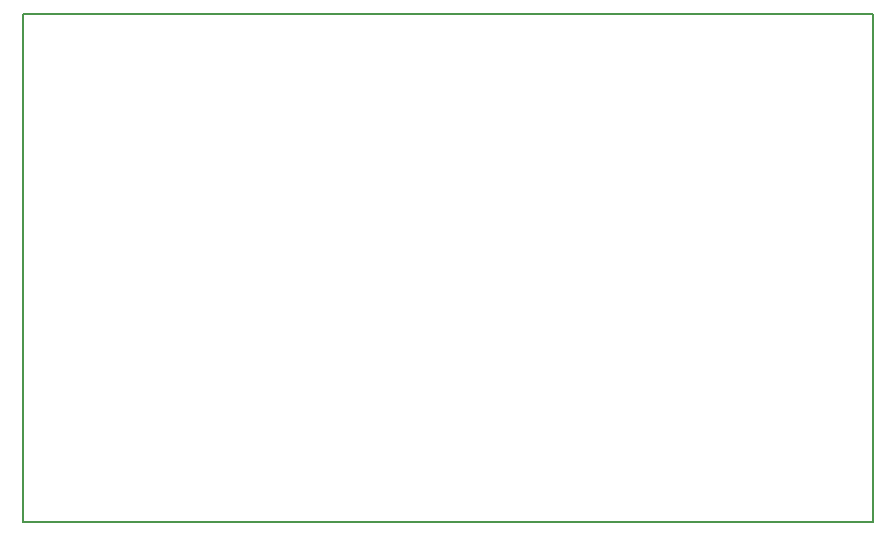
<source format=gm1>
G04 #@! TF.GenerationSoftware,KiCad,Pcbnew,(5.1.6)-1*
G04 #@! TF.CreationDate,2020-11-05T21:16:00+01:00*
G04 #@! TF.ProjectId,lag_tester,6c61675f-7465-4737-9465-722e6b696361,rev?*
G04 #@! TF.SameCoordinates,Original*
G04 #@! TF.FileFunction,Profile,NP*
%FSLAX46Y46*%
G04 Gerber Fmt 4.6, Leading zero omitted, Abs format (unit mm)*
G04 Created by KiCad (PCBNEW (5.1.6)-1) date 2020-11-05 21:16:00*
%MOMM*%
%LPD*%
G01*
G04 APERTURE LIST*
G04 #@! TA.AperFunction,Profile*
%ADD10C,0.200000*%
G04 #@! TD*
G04 APERTURE END LIST*
D10*
X67000000Y-75000000D02*
X67000000Y-118000000D01*
X139000000Y-75000000D02*
X67000000Y-75000000D01*
X139000000Y-118000000D02*
X139000000Y-75000000D01*
X67000000Y-118000000D02*
X139000000Y-118000000D01*
M02*

</source>
